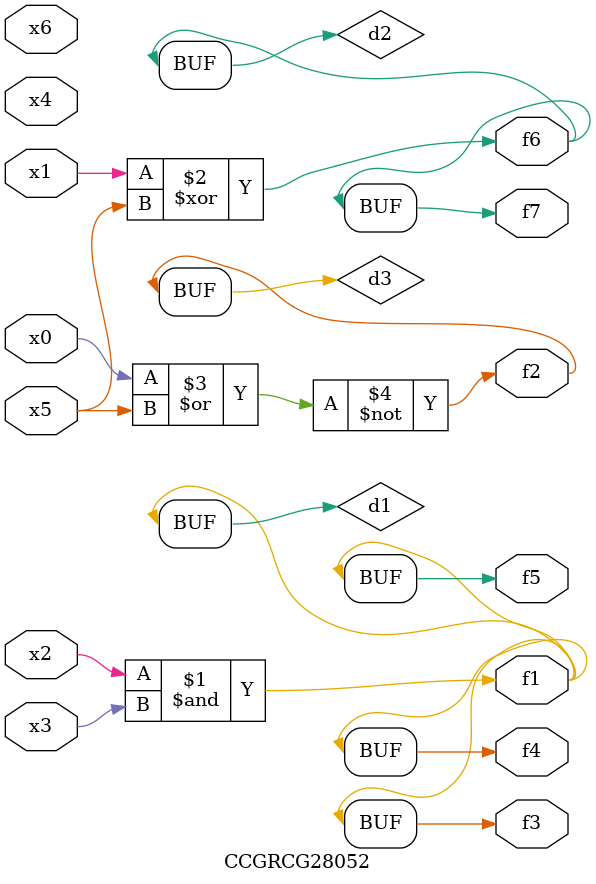
<source format=v>
module CCGRCG28052(
	input x0, x1, x2, x3, x4, x5, x6,
	output f1, f2, f3, f4, f5, f6, f7
);

	wire d1, d2, d3;

	and (d1, x2, x3);
	xor (d2, x1, x5);
	nor (d3, x0, x5);
	assign f1 = d1;
	assign f2 = d3;
	assign f3 = d1;
	assign f4 = d1;
	assign f5 = d1;
	assign f6 = d2;
	assign f7 = d2;
endmodule

</source>
